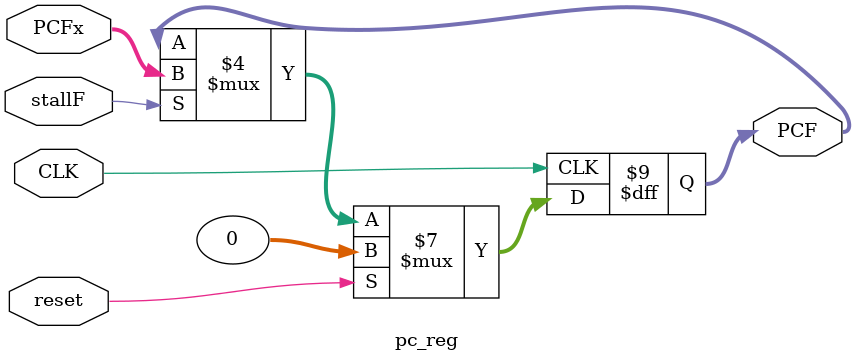
<source format=v>
module pc_reg (
    output [31:0] PCF,
    input [31:0] PCFx,
    input CLK, reset, stallF
);
    always @ (posedge CLK) begin
        if (reset) begin
            PCF <= 32'b0;
        end
        else if (!stallF) begin
            // hold value :3
        end
        else begin
            PCF <= PCFx;
        end
    end
endmodule
</source>
